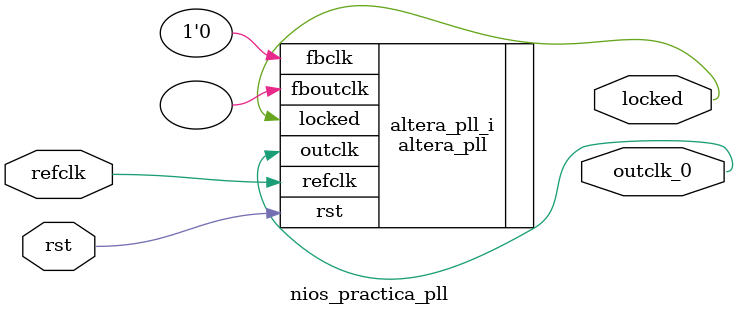
<source format=v>
`timescale 1ns/10ps
module  nios_practica_pll(

	// interface 'refclk'
	input wire refclk,

	// interface 'reset'
	input wire rst,

	// interface 'outclk0'
	output wire outclk_0,

	// interface 'locked'
	output wire locked
);

	altera_pll #(
		.fractional_vco_multiplier("false"),
		.reference_clock_frequency("50.0 MHz"),
		.operation_mode("direct"),
		.number_of_clocks(1),
		.output_clock_frequency0("150.000000 MHz"),
		.phase_shift0("0 ps"),
		.duty_cycle0(50),
		.output_clock_frequency1("0 MHz"),
		.phase_shift1("0 ps"),
		.duty_cycle1(50),
		.output_clock_frequency2("0 MHz"),
		.phase_shift2("0 ps"),
		.duty_cycle2(50),
		.output_clock_frequency3("0 MHz"),
		.phase_shift3("0 ps"),
		.duty_cycle3(50),
		.output_clock_frequency4("0 MHz"),
		.phase_shift4("0 ps"),
		.duty_cycle4(50),
		.output_clock_frequency5("0 MHz"),
		.phase_shift5("0 ps"),
		.duty_cycle5(50),
		.output_clock_frequency6("0 MHz"),
		.phase_shift6("0 ps"),
		.duty_cycle6(50),
		.output_clock_frequency7("0 MHz"),
		.phase_shift7("0 ps"),
		.duty_cycle7(50),
		.output_clock_frequency8("0 MHz"),
		.phase_shift8("0 ps"),
		.duty_cycle8(50),
		.output_clock_frequency9("0 MHz"),
		.phase_shift9("0 ps"),
		.duty_cycle9(50),
		.output_clock_frequency10("0 MHz"),
		.phase_shift10("0 ps"),
		.duty_cycle10(50),
		.output_clock_frequency11("0 MHz"),
		.phase_shift11("0 ps"),
		.duty_cycle11(50),
		.output_clock_frequency12("0 MHz"),
		.phase_shift12("0 ps"),
		.duty_cycle12(50),
		.output_clock_frequency13("0 MHz"),
		.phase_shift13("0 ps"),
		.duty_cycle13(50),
		.output_clock_frequency14("0 MHz"),
		.phase_shift14("0 ps"),
		.duty_cycle14(50),
		.output_clock_frequency15("0 MHz"),
		.phase_shift15("0 ps"),
		.duty_cycle15(50),
		.output_clock_frequency16("0 MHz"),
		.phase_shift16("0 ps"),
		.duty_cycle16(50),
		.output_clock_frequency17("0 MHz"),
		.phase_shift17("0 ps"),
		.duty_cycle17(50),
		.pll_type("General"),
		.pll_subtype("General")
	) altera_pll_i (
		.rst	(rst),
		.outclk	({outclk_0}),
		.locked	(locked),
		.fboutclk	( ),
		.fbclk	(1'b0),
		.refclk	(refclk)
	);
endmodule


</source>
